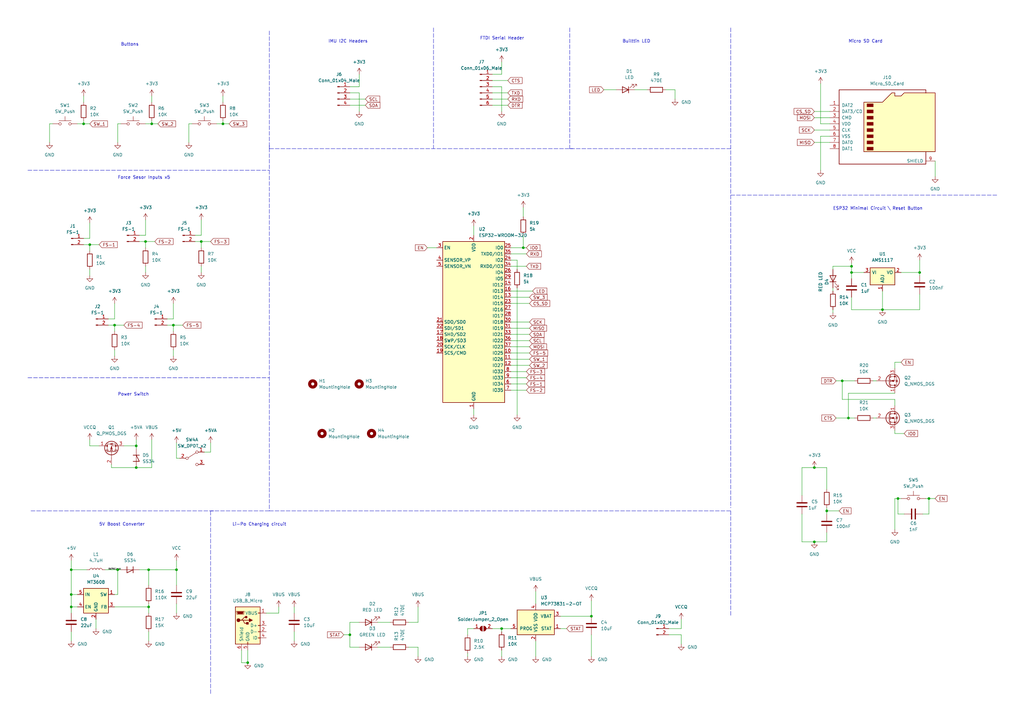
<source format=kicad_sch>
(kicad_sch (version 20211123) (generator eeschema)
  (paper "A3")
  (lib_symbols
    (symbol "Battery_Management:MCP73831-2-OT" (pin_names (offset 1.016))
      (property "Reference" "U" (at -7.62 6.35 0))
      (property "Value" "MCP73831-2-OT" (at 1.27 6.35 0))
      (symbol "MCP73831-2-OT_1_1"
        (pin output line (at 10.16 -2.54 180) (length 2.54) (name "STAT") (number "1"))
        (pin power_in line (at 0 -7.62 90) (length 2.54) (name "VSS") (number "2"))
        (pin power_out line (at 10.16 2.54 180) (length 2.54) (name "VBAT") (number "3"))
        (pin power_in line (at 0 7.62 270) (length 2.54) (name "VDD") (number "4"))
        (pin input line (at -10.16 -2.54 0) (length 2.54) (name "PROG") (number "5"))
      )
    )
    (symbol "Connector:Conn_01x02_Male" (pin_names (offset 1.016) hide)
      (property "Reference" "J" (at 0 2.54 0))
      (property "Value" "Conn_01x02_Male" (at 0 -5.08 0))
      (symbol "Conn_01x02_Male_1_1"
        (pin passive line (at 5.08 0 180) (length 3.81) (name "Pin_1") (number "1"))
        (pin passive line (at 5.08 -2.54 180) (length 3.81) (name "Pin_2") (number "2"))
      )
    )
    (symbol "Connector:Conn_01x04_Male" (pin_names (offset 1.016) hide)
      (property "Reference" "J" (at 0 5.08 0))
      (property "Value" "Conn_01x04_Male" (at 0 -7.62 0))
      (symbol "Conn_01x04_Male_1_1"
        (pin passive line (at 5.08 2.54 180) (length 3.81) (name "Pin_1") (number "1"))
        (pin passive line (at 5.08 0 180) (length 3.81) (name "Pin_2") (number "2"))
        (pin passive line (at 5.08 -2.54 180) (length 3.81) (name "Pin_3") (number "3"))
        (pin passive line (at 5.08 -5.08 180) (length 3.81) (name "Pin_4") (number "4"))
      )
    )
    (symbol "Connector:Conn_01x06_Male" (pin_names (offset 1.016) hide)
      (property "Reference" "J" (at 0 7.62 0))
      (property "Value" "Conn_01x06_Male" (at 0 -10.16 0))
      (symbol "Conn_01x06_Male_1_1"
        (pin passive line (at 5.08 5.08 180) (length 3.81) (name "Pin_1") (number "1"))
        (pin passive line (at 5.08 2.54 180) (length 3.81) (name "Pin_2") (number "2"))
        (pin passive line (at 5.08 0 180) (length 3.81) (name "Pin_3") (number "3"))
        (pin passive line (at 5.08 -2.54 180) (length 3.81) (name "Pin_4") (number "4"))
        (pin passive line (at 5.08 -5.08 180) (length 3.81) (name "Pin_5") (number "5"))
        (pin passive line (at 5.08 -7.62 180) (length 3.81) (name "Pin_6") (number "6"))
      )
    )
    (symbol "Connector:Micro_SD_Card" (pin_names (offset 1.016))
      (property "Reference" "J" (at -16.51 15.24 0))
      (property "Value" "Micro_SD_Card" (at 16.51 15.24 0))
      (symbol "Micro_SD_Card_1_1"
        (pin bidirectional line (at -22.86 7.62 0) (length 3.81) (name "DAT2") (number "1"))
        (pin bidirectional line (at -22.86 5.08 0) (length 3.81) (name "DAT3/CD") (number "2"))
        (pin input line (at -22.86 2.54 0) (length 3.81) (name "CMD") (number "3"))
        (pin power_in line (at -22.86 0 0) (length 3.81) (name "VDD") (number "4"))
        (pin input line (at -22.86 -2.54 0) (length 3.81) (name "CLK") (number "5"))
        (pin power_in line (at -22.86 -5.08 0) (length 3.81) (name "VSS") (number "6"))
        (pin bidirectional line (at -22.86 -7.62 0) (length 3.81) (name "DAT0") (number "7"))
        (pin bidirectional line (at -22.86 -10.16 0) (length 3.81) (name "DAT1") (number "8"))
        (pin passive line (at 20.32 -15.24 180) (length 3.81) (name "SHIELD") (number "9"))
      )
    )
    (symbol "Connector:USB_B_Micro" (pin_names (offset 1.016))
      (property "Reference" "J" (at -5.08 11.43 0))
      (property "Value" "USB_B_Micro" (at -5.08 8.89 0))
      (symbol "USB_B_Micro_1_1"
        (pin power_out line (at 7.62 5.08 180) (length 2.54) (name "VBUS") (number "1"))
        (pin bidirectional line (at 7.62 -2.54 180) (length 2.54) (name "D-") (number "2"))
        (pin bidirectional line (at 7.62 0 180) (length 2.54) (name "D+") (number "3"))
        (pin passive line (at 7.62 -5.08 180) (length 2.54) (name "ID") (number "4"))
        (pin power_out line (at 0 -10.16 90) (length 2.54) (name "GND") (number "5"))
        (pin passive line (at -2.54 -10.16 90) (length 2.54) (name "Shield") (number "6"))
      )
    )
    (symbol "Device:C" (pin_numbers hide) (pin_names (offset 0.254))
      (property "Reference" "C" (at 0.635 2.54 0))
      (property "Value" "C" (at 0.635 -2.54 0))
      (symbol "C_1_1"
        (pin passive line (at 0 3.81 270) (length 2.794) (name "~") (number "1"))
        (pin passive line (at 0 -3.81 90) (length 2.794) (name "~") (number "2"))
      )
    )
    (symbol "Device:D_Shockley" (pin_numbers hide) (pin_names (offset 1.016) hide)
      (property "Reference" "D" (at 0 2.54 0))
      (property "Value" "D_Shockley" (at 0 -2.54 0))
      (symbol "D_Shockley_1_1"
        (pin passive line (at -3.81 0 0) (length 2.54) (name "K") (number "1"))
        (pin passive line (at 3.81 0 180) (length 2.54) (name "A") (number "2"))
      )
    )
    (symbol "Device:L" (pin_numbers hide) (pin_names (offset 1.016) hide)
      (property "Reference" "L" (at -1.27 0 90))
      (property "Value" "L" (at 1.905 0 90))
      (symbol "L_1_1"
        (pin passive line (at 0 3.81 270) (length 1.27) (name "1") (number "1"))
        (pin passive line (at 0 -3.81 90) (length 1.27) (name "2") (number "2"))
      )
    )
    (symbol "Device:LED" (pin_numbers hide) (pin_names (offset 1.016) hide)
      (property "Reference" "D" (at 0 2.54 0))
      (property "Value" "LED" (at 0 -2.54 0))
      (symbol "LED_1_1"
        (pin passive line (at -3.81 0 0) (length 2.54) (name "K") (number "1"))
        (pin passive line (at 3.81 0 180) (length 2.54) (name "A") (number "2"))
      )
    )
    (symbol "Device:Q_NMOS_DGS" (pin_names (offset 0) hide)
      (property "Reference" "Q" (at 5.08 1.27 0))
      (property "Value" "Q_NMOS_DGS" (at 5.08 -1.27 0))
      (symbol "Q_NMOS_DGS_1_1"
        (pin passive line (at 2.54 5.08 270) (length 2.54) (name "D") (number "1"))
        (pin input line (at -5.08 0 0) (length 2.54) (name "G") (number "2"))
        (pin passive line (at 2.54 -5.08 90) (length 2.54) (name "S") (number "3"))
      )
    )
    (symbol "Device:Q_PMOS_DGS" (pin_names (offset 0) hide)
      (property "Reference" "Q" (at 5.08 1.27 0))
      (property "Value" "Q_PMOS_DGS" (at 5.08 -1.27 0))
      (symbol "Q_PMOS_DGS_1_1"
        (pin passive line (at 2.54 5.08 270) (length 2.54) (name "D") (number "1"))
        (pin input line (at -5.08 0 0) (length 2.54) (name "G") (number "2"))
        (pin passive line (at 2.54 -5.08 90) (length 2.54) (name "S") (number "3"))
      )
    )
    (symbol "Device:R" (pin_numbers hide) (pin_names (offset 0))
      (property "Reference" "R" (at 2.032 0 90))
      (property "Value" "R" (at 0 0 90))
      (symbol "R_1_1"
        (pin passive line (at 0 3.81 270) (length 1.27) (name "~") (number "1"))
        (pin passive line (at 0 -3.81 90) (length 1.27) (name "~") (number "2"))
      )
    )
    (symbol "Jumper:SolderJumper_2_Open" (pin_names (offset 0) hide)
      (property "Reference" "JP" (at 0 2.032 0))
      (property "Value" "SolderJumper_2_Open" (at 0 -2.54 0))
      (symbol "SolderJumper_2_Open_1_1"
        (pin passive line (at -3.81 0 0) (length 2.54) (name "A") (number "1"))
        (pin passive line (at 3.81 0 180) (length 2.54) (name "B") (number "2"))
      )
    )
    (symbol "Mechanical:MountingHole" (pin_names (offset 1.016))
      (property "Reference" "H" (at 0 5.08 0))
      (property "Value" "MountingHole" (at 0 3.175 0))
    )
    (symbol "RF_Module:ESP32-WROOM-32D"
      (property "Reference" "U" (at -12.7 34.29 0))
      (property "Value" "ESP32-WROOM-32D" (at 1.27 34.29 0))
      (symbol "ESP32-WROOM-32D_1_1"
        (pin power_in line (at 0 -35.56 90) (length 2.54) (name "GND") (number "1"))
        (pin bidirectional line (at 15.24 -12.7 180) (length 2.54) (name "IO25") (number "10"))
        (pin bidirectional line (at 15.24 -15.24 180) (length 2.54) (name "IO26") (number "11"))
        (pin bidirectional line (at 15.24 -17.78 180) (length 2.54) (name "IO27") (number "12"))
        (pin bidirectional line (at 15.24 10.16 180) (length 2.54) (name "IO14") (number "13"))
        (pin bidirectional line (at 15.24 15.24 180) (length 2.54) (name "IO12") (number "14"))
        (pin passive line (at 0 -35.56 90) (length 2.54) hide (name "GND") (number "15"))
        (pin bidirectional line (at 15.24 12.7 180) (length 2.54) (name "IO13") (number "16"))
        (pin bidirectional line (at -15.24 -5.08 0) (length 2.54) (name "SHD/SD2") (number "17"))
        (pin bidirectional line (at -15.24 -7.62 0) (length 2.54) (name "SWP/SD3") (number "18"))
        (pin bidirectional line (at -15.24 -12.7 0) (length 2.54) (name "SCS/CMD") (number "19"))
        (pin power_in line (at 0 35.56 270) (length 2.54) (name "VDD") (number "2"))
        (pin bidirectional line (at -15.24 -10.16 0) (length 2.54) (name "SCK/CLK") (number "20"))
        (pin bidirectional line (at -15.24 0 0) (length 2.54) (name "SDO/SD0") (number "21"))
        (pin bidirectional line (at -15.24 -2.54 0) (length 2.54) (name "SDI/SD1") (number "22"))
        (pin bidirectional line (at 15.24 7.62 180) (length 2.54) (name "IO15") (number "23"))
        (pin bidirectional line (at 15.24 25.4 180) (length 2.54) (name "IO2") (number "24"))
        (pin bidirectional line (at 15.24 30.48 180) (length 2.54) (name "IO0") (number "25"))
        (pin bidirectional line (at 15.24 20.32 180) (length 2.54) (name "IO4") (number "26"))
        (pin bidirectional line (at 15.24 5.08 180) (length 2.54) (name "IO16") (number "27"))
        (pin bidirectional line (at 15.24 2.54 180) (length 2.54) (name "IO17") (number "28"))
        (pin bidirectional line (at 15.24 17.78 180) (length 2.54) (name "IO5") (number "29"))
        (pin input line (at -15.24 30.48 0) (length 2.54) (name "EN") (number "3"))
        (pin bidirectional line (at 15.24 0 180) (length 2.54) (name "IO18") (number "30"))
        (pin bidirectional line (at 15.24 -2.54 180) (length 2.54) (name "IO19") (number "31"))
        (pin no_connect line (at -12.7 -27.94 0) (length 2.54) hide (name "NC") (number "32"))
        (pin bidirectional line (at 15.24 -5.08 180) (length 2.54) (name "IO21") (number "33"))
        (pin bidirectional line (at 15.24 22.86 180) (length 2.54) (name "RXD0/IO3") (number "34"))
        (pin bidirectional line (at 15.24 27.94 180) (length 2.54) (name "TXD0/IO1") (number "35"))
        (pin bidirectional line (at 15.24 -7.62 180) (length 2.54) (name "IO22") (number "36"))
        (pin bidirectional line (at 15.24 -10.16 180) (length 2.54) (name "IO23") (number "37"))
        (pin passive line (at 0 -35.56 90) (length 2.54) hide (name "GND") (number "38"))
        (pin passive line (at 0 -35.56 90) (length 2.54) hide (name "GND") (number "39"))
        (pin input line (at -15.24 25.4 0) (length 2.54) (name "SENSOR_VP") (number "4"))
        (pin input line (at -15.24 22.86 0) (length 2.54) (name "SENSOR_VN") (number "5"))
        (pin input line (at 15.24 -25.4 180) (length 2.54) (name "IO34") (number "6"))
        (pin input line (at 15.24 -27.94 180) (length 2.54) (name "IO35") (number "7"))
        (pin bidirectional line (at 15.24 -20.32 180) (length 2.54) (name "IO32") (number "8"))
        (pin bidirectional line (at 15.24 -22.86 180) (length 2.54) (name "IO33") (number "9"))
      )
    )
    (symbol "Regulator_Linear:AMS1117" (pin_names (offset 0.762))
      (property "Reference" "U" (at -3.81 3.175 0))
      (property "Value" "AMS1117" (at 0 3.175 0))
      (symbol "AMS1117_1_1"
        (pin input line (at 0 -7.62 90) (length 2.54) (name "ADJ") (number "1"))
        (pin power_out line (at 7.62 0 180) (length 2.54) (name "VO") (number "2"))
        (pin power_in line (at -7.62 0 0) (length 2.54) (name "VI") (number "3"))
      )
    )
    (symbol "Regulator_Switching:MT3608"
      (property "Reference" "U" (at -2.54 8.89 0))
      (property "Value" "MT3608" (at -3.81 6.35 0))
      (symbol "MT3608_1_1"
        (pin passive line (at 7.62 2.54 180) (length 2.54) (name "SW") (number "1"))
        (pin power_in line (at 0 -7.62 90) (length 2.54) (name "GND") (number "2"))
        (pin input line (at 7.62 -2.54 180) (length 2.54) (name "FB") (number "3"))
        (pin input line (at -7.62 -2.54 0) (length 2.54) (name "EN") (number "4"))
        (pin power_in line (at -7.62 2.54 0) (length 2.54) (name "IN") (number "5"))
        (pin no_connect line (at 5.08 0 180) (length 2.54) hide (name "NC") (number "6"))
      )
    )
    (symbol "Switch:SW_DPDT_x2" (pin_names (offset 0) hide)
      (property "Reference" "SW" (at 0 4.318 0))
      (property "Value" "SW_DPDT_x2" (at 0 -5.08 0))
      (symbol "SW_DPDT_x2_1_1"
        (pin passive line (at 5.08 2.54 180) (length 2.54) (name "A") (number "1"))
        (pin passive line (at -5.08 0 0) (length 2.54) (name "B") (number "2"))
        (pin passive line (at 5.08 -2.54 180) (length 2.54) (name "C") (number "3"))
      )
      (symbol "SW_DPDT_x2_2_1"
        (pin passive line (at 5.08 2.54 180) (length 2.54) (name "A") (number "4"))
        (pin passive line (at -5.08 0 0) (length 2.54) (name "B") (number "5"))
        (pin passive line (at 5.08 -2.54 180) (length 2.54) (name "C") (number "6"))
      )
    )
    (symbol "Switch:SW_Push" (pin_numbers hide) (pin_names (offset 1.016) hide)
      (property "Reference" "SW" (at 1.27 2.54 0))
      (property "Value" "SW_Push" (at 0 -1.524 0))
      (symbol "SW_Push_0_1"
        (pin passive line (at -5.08 0 0) (length 2.54) (name "1") (number "1"))
        (pin passive line (at 5.08 0 180) (length 2.54) (name "2") (number "2"))
      )
    )
    (symbol "power:+3V3" (power) (pin_names (offset 0))
      (property "Value" "+3V3" (at 0 3.556 0))
      (symbol "+3V3_1_1"
        (pin power_in line (at 0 0 90) (length 0) hide (name "+3V3") (number "1"))
      )
    )
    (symbol "power:+5V" (power) (pin_names (offset 0))
      (property "Value" "+5V" (at 0 3.556 0))
      (symbol "+5V_1_1"
        (pin power_in line (at 0 0 90) (length 0) hide (name "+5V") (number "1"))
      )
    )
    (symbol "power:+5VA" (power) (pin_names (offset 0))
      (property "Value" "+5VA" (at 0 3.556 0))
      (symbol "+5VA_1_1"
        (pin power_in line (at 0 0 90) (length 0) hide (name "+5VA") (number "1"))
      )
    )
    (symbol "power:GND" (power) (pin_names (offset 0))
      (property "Value" "GND" (at 0 -3.81 0))
      (symbol "GND_1_1"
        (pin power_in line (at 0 0 270) (length 0) hide (name "GND") (number "1"))
      )
    )
    (symbol "power:VBUS" (power) (pin_names (offset 0))
      (property "Value" "VBUS" (at 0 3.81 0))
      (symbol "VBUS_1_1"
        (pin power_in line (at 0 0 90) (length 0) hide (name "VBUS") (number "1"))
      )
    )
    (symbol "power:VCC" (power) (pin_names (offset 0))
      (property "Value" "VCC" (at 0 3.81 0))
      (symbol "VCC_1_1"
        (pin power_in line (at 0 0 90) (length 0) hide (name "VCC") (number "1"))
      )
    )
    (symbol "power:VCCQ" (power) (pin_names (offset 0))
      (property "Value" "VCCQ" (at 0 3.81 0))
      (symbol "VCCQ_1_1"
        (pin power_in line (at 0 0 90) (length 0) hide (name "VCCQ") (number "1"))
      )
    )
  )
  (junction (at 29.21 248.92))
  (junction (at 91.44 50.8))
  (junction (at 345.44 156.21))
  (junction (at 242.57 252.73))
  (junction (at 381 204.47))
  (junction (at 60.96 233.68))
  (junction (at 334.01 191.77))
  (junction (at 62.23 50.8))
  (junction (at 361.95 127))
  (junction (at 368.3 204.47))
  (junction (at 46.99 133.35))
  (junction (at 29.21 243.84))
  (junction (at 205.74 257.81))
  (junction (at 349.25 109.22))
  (junction (at 72.39 233.68))
  (junction (at 55.88 191.77))
  (junction (at 55.88 182.88))
  (junction (at 347.98 171.45))
  (junction (at 143.51 260.35))
  (junction (at 82.55 99.06))
  (junction (at 214.63 101.6))
  (junction (at 29.21 233.68))
  (junction (at 101.6 271.78))
  (junction (at 48.26 233.68))
  (junction (at 36.83 100.33))
  (junction (at 349.25 111.76))
  (junction (at 334.01 222.25))
  (junction (at 71.12 133.35))
  (junction (at 59.69 99.06))
  (junction (at 34.29 50.8))
  (junction (at 339.09 209.55))
  (junction (at 377.19 111.76))
  (junction (at 60.96 248.92))
  (wire (pts (xy 379.73 204.47) (xy 381 204.47)))
  (polyline (pts (xy 233.68 60.96) (xy 234.95 60.96)))
  (polyline (pts (xy 86.36 209.55) (xy 87.63 209.55)))
  (wire (pts (xy 44.45 133.35) (xy 46.99 133.35)))
  (wire (pts (xy 242.57 252.73) (xy 229.87 252.73)))
  (wire (pts (xy 340.36 55.88) (xy 336.55 55.88)))
  (wire (pts (xy 214.63 85.09) (xy 214.63 88.9)))
  (wire (pts (xy 214.63 101.6) (xy 209.55 101.6)))
  (wire (pts (xy 34.29 50.8) (xy 36.83 50.8)))
  (wire (pts (xy 34.29 100.33) (xy 36.83 100.33)))
  (polyline (pts (xy 110.49 209.55) (xy 299.72 209.55)))
  (wire (pts (xy 48.26 233.68) (xy 49.53 233.68)))
  (wire (pts (xy 60.96 247.65) (xy 60.96 248.92)))
  (wire (pts (xy 175.26 101.6) (xy 179.07 101.6)))
  (wire (pts (xy 143.51 265.43) (xy 143.51 260.35)))
  (wire (pts (xy 201.93 38.1) (xy 208.28 38.1)))
  (wire (pts (xy 82.55 96.52) (xy 82.55 90.17)))
  (wire (pts (xy 59.69 109.22) (xy 59.69 111.76)))
  (wire (pts (xy 201.93 257.81) (xy 205.74 257.81)))
  (wire (pts (xy 369.57 111.76) (xy 377.19 111.76)))
  (wire (pts (xy 62.23 49.53) (xy 62.23 50.8)))
  (wire (pts (xy 44.45 130.81) (xy 46.99 130.81)))
  (wire (pts (xy 34.29 97.79) (xy 36.83 97.79)))
  (wire (pts (xy 381 210.82) (xy 381 204.47)))
  (wire (pts (xy 209.55 144.78) (xy 217.17 144.78)))
  (wire (pts (xy 48.26 243.84) (xy 46.99 243.84)))
  (wire (pts (xy 201.93 43.18) (xy 208.28 43.18)))
  (wire (pts (xy 205.74 266.7) (xy 205.74 269.24)))
  (wire (pts (xy 91.44 50.8) (xy 88.9 50.8)))
  (wire (pts (xy 59.69 99.06) (xy 59.69 101.6)))
  (wire (pts (xy 171.45 255.27) (xy 167.64 255.27)))
  (wire (pts (xy 91.44 50.8) (xy 93.98 50.8)))
  (wire (pts (xy 339.09 200.66) (xy 339.09 191.77)))
  (wire (pts (xy 46.99 130.81) (xy 46.99 124.46)))
  (wire (pts (xy 209.55 104.14) (xy 215.9 104.14)))
  (wire (pts (xy 368.3 210.82) (xy 368.3 204.47)))
  (wire (pts (xy 279.4 254) (xy 279.4 257.81)))
  (wire (pts (xy 60.96 233.68) (xy 57.15 233.68)))
  (wire (pts (xy 171.45 269.24) (xy 171.45 265.43)))
  (wire (pts (xy 36.83 182.88) (xy 40.64 182.88)))
  (wire (pts (xy 194.31 257.81) (xy 191.77 257.81)))
  (wire (pts (xy 274.32 260.35) (xy 279.4 260.35)))
  (wire (pts (xy 171.45 248.92) (xy 171.45 255.27)))
  (wire (pts (xy 328.93 210.82) (xy 328.93 222.25)))
  (wire (pts (xy 349.25 111.76) (xy 349.25 114.3)))
  (wire (pts (xy 209.55 142.24) (xy 217.17 142.24)))
  (wire (pts (xy 147.32 35.56) (xy 143.51 35.56)))
  (wire (pts (xy 99.06 266.7) (xy 99.06 271.78)))
  (wire (pts (xy 377.19 120.65) (xy 377.19 127)))
  (wire (pts (xy 349.25 109.22) (xy 349.25 107.95)))
  (wire (pts (xy 57.15 96.52) (xy 59.69 96.52)))
  (wire (pts (xy 219.71 262.89) (xy 219.71 269.24)))
  (wire (pts (xy 212.0803 118.0788) (xy 212.09 170.18)))
  (wire (pts (xy 383.54 66.04) (xy 383.54 72.39)))
  (wire (pts (xy 62.23 191.77) (xy 55.88 191.77)))
  (wire (pts (xy 20.32 50.8) (xy 20.32 58.42)))
  (wire (pts (xy 120.65 248.92) (xy 120.65 251.46)))
  (wire (pts (xy 347.98 161.29) (xy 347.98 171.45)))
  (wire (pts (xy 62.23 180.34) (xy 62.23 191.77)))
  (wire (pts (xy 143.51 43.18) (xy 149.86 43.18)))
  (wire (pts (xy 367.03 161.29) (xy 347.98 161.29)))
  (wire (pts (xy 147.32 30.48) (xy 147.32 35.56)))
  (wire (pts (xy 328.93 222.25) (xy 334.01 222.25)))
  (wire (pts (xy 91.44 39.37) (xy 91.44 41.91)))
  (wire (pts (xy 209.55 137.16) (xy 217.17 137.16)))
  (wire (pts (xy 77.47 50.8) (xy 77.47 58.42)))
  (wire (pts (xy 205.74 25.4) (xy 205.74 30.48)))
  (wire (pts (xy 71.12 143.51) (xy 71.12 146.05)))
  (wire (pts (xy 39.37 254) (xy 39.37 257.81)))
  (wire (pts (xy 209.55 121.92) (xy 217.17 121.92)))
  (wire (pts (xy 36.83 180.34) (xy 36.83 182.88)))
  (wire (pts (xy 99.06 271.78) (xy 101.6 271.78)))
  (wire (pts (xy 194.31 167.64) (xy 194.31 170.18)))
  (wire (pts (xy 55.88 191.77) (xy 45.72 191.77)))
  (wire (pts (xy 209.55 119.38) (xy 218.44 119.38)))
  (wire (pts (xy 367.03 166.37) (xy 367.03 163.83)))
  (wire (pts (xy 36.83 97.79) (xy 36.83 91.44)))
  (wire (pts (xy 36.83 100.33) (xy 40.64 100.33)))
  (wire (pts (xy 154.94 265.43) (xy 160.02 265.43)))
  (wire (pts (xy 334.01 45.72) (xy 340.36 45.72)))
  (wire (pts (xy 72.39 240.03) (xy 72.39 233.68)))
  (wire (pts (xy 29.21 229.87) (xy 29.21 233.68)))
  (wire (pts (xy 336.55 50.8) (xy 340.36 50.8)))
  (wire (pts (xy 370.84 210.82) (xy 368.3 210.82)))
  (wire (pts (xy 29.21 248.92) (xy 29.21 251.46)))
  (wire (pts (xy 171.45 265.43) (xy 167.64 265.43)))
  (wire (pts (xy 339.09 209.55) (xy 339.09 210.82)))
  (wire (pts (xy 80.01 96.52) (xy 82.55 96.52)))
  (wire (pts (xy 205.74 259.08) (xy 205.74 257.81)))
  (wire (pts (xy 209.55 106.68) (xy 212.09 106.68)))
  (wire (pts (xy 209.55 134.62) (xy 217.17 134.62)))
  (wire (pts (xy 34.29 39.37) (xy 34.29 41.91)))
  (wire (pts (xy 82.55 99.06) (xy 86.36 99.06)))
  (wire (pts (xy 339.09 218.44) (xy 339.09 222.25)))
  (wire (pts (xy 209.55 160.02) (xy 215.9 160.02)))
  (wire (pts (xy 367.03 163.83) (xy 345.44 163.83)))
  (wire (pts (xy 68.58 130.81) (xy 71.12 130.81)))
  (wire (pts (xy 349.25 111.76) (xy 349.25 109.22)))
  (wire (pts (xy 347.98 171.45) (xy 350.52 171.45)))
  (polyline (pts (xy 12.7 209.55) (xy 110.49 209.55)))
  (wire (pts (xy 71.12 130.81) (xy 71.12 124.46)))
  (wire (pts (xy 72.39 187.96) (xy 73.66 187.96)))
  (wire (pts (xy 34.29 49.53) (xy 34.29 50.8)))
  (wire (pts (xy 72.39 233.68) (xy 60.96 233.68)))
  (wire (pts (xy 361.95 119.38) (xy 361.95 127)))
  (wire (pts (xy 86.36 185.42) (xy 86.36 181.61)))
  (wire (pts (xy 154.94 255.27) (xy 160.02 255.27)))
  (wire (pts (xy 341.63 110.49) (xy 341.63 109.22)))
  (polyline (pts (xy 299.72 80.01) (xy 408.94 80.01)))
  (wire (pts (xy 209.55 147.32) (xy 217.17 147.32)))
  (wire (pts (xy 339.09 209.55) (xy 344.17 209.55)))
  (wire (pts (xy 339.09 191.77) (xy 334.01 191.77)))
  (wire (pts (xy 72.39 247.65) (xy 72.39 251.46)))
  (wire (pts (xy 49.53 50.8) (xy 48.26 50.8)))
  (wire (pts (xy 48.26 233.68) (xy 48.26 243.84)))
  (polyline (pts (xy 299.72 209.55) (xy 299.72 252.73)))
  (wire (pts (xy 205.74 35.56) (xy 201.93 35.56)))
  (wire (pts (xy 31.75 243.84) (xy 29.21 243.84)))
  (wire (pts (xy 276.86 40.64) (xy 276.86 36.83)))
  (wire (pts (xy 57.15 99.06) (xy 59.69 99.06)))
  (polyline (pts (xy 11.43 69.85) (xy 110.49 69.85)))
  (wire (pts (xy 194.31 92.71) (xy 194.31 96.52)))
  (wire (pts (xy 377.19 127) (xy 361.95 127)))
  (wire (pts (xy 68.58 133.35) (xy 71.12 133.35)))
  (wire (pts (xy 80.01 99.06) (xy 82.55 99.06)))
  (wire (pts (xy 21.59 50.8) (xy 20.32 50.8)))
  (wire (pts (xy 72.39 229.87) (xy 72.39 233.68)))
  (wire (pts (xy 191.77 257.81) (xy 191.77 260.35)))
  (wire (pts (xy 377.19 106.68) (xy 377.19 111.76)))
  (wire (pts (xy 46.99 133.35) (xy 46.99 135.89)))
  (wire (pts (xy 214.63 96.52) (xy 214.63 101.6)))
  (wire (pts (xy 209.55 139.7) (xy 217.17 139.7)))
  (wire (pts (xy 60.96 259.08) (xy 60.96 262.89)))
  (wire (pts (xy 209.55 157.48) (xy 215.9 157.48)))
  (wire (pts (xy 29.21 243.84) (xy 29.21 248.92)))
  (wire (pts (xy 205.74 30.48) (xy 201.93 30.48)))
  (wire (pts (xy 358.14 171.45) (xy 359.41 171.45)))
  (wire (pts (xy 114.3 251.46) (xy 109.22 251.46)))
  (wire (pts (xy 147.32 265.43) (xy 143.51 265.43)))
  (wire (pts (xy 229.87 257.81) (xy 232.41 257.81)))
  (wire (pts (xy 36.83 110.49) (xy 36.83 113.03)))
  (wire (pts (xy 341.63 118.11) (xy 341.63 119.38)))
  (wire (pts (xy 209.55 154.94) (xy 215.9 154.94)))
  (wire (pts (xy 367.03 148.59) (xy 367.03 151.13)))
  (wire (pts (xy 71.12 133.35) (xy 71.12 135.89)))
  (polyline (pts (xy 177.8 11.43) (xy 177.8 60.96)))
  (wire (pts (xy 60.96 248.92) (xy 60.96 251.46)))
  (wire (pts (xy 328.93 191.77) (xy 334.01 191.77)))
  (wire (pts (xy 279.4 260.35) (xy 279.4 264.16)))
  (wire (pts (xy 71.12 133.35) (xy 74.93 133.35)))
  (wire (pts (xy 336.55 55.88) (xy 336.55 69.85)))
  (wire (pts (xy 143.51 40.64) (xy 149.86 40.64)))
  (wire (pts (xy 345.44 156.21) (xy 350.52 156.21)))
  (wire (pts (xy 50.8 182.88) (xy 55.88 182.88)))
  (wire (pts (xy 377.19 111.76) (xy 377.19 113.03)))
  (wire (pts (xy 29.21 259.08) (xy 29.21 262.89)))
  (wire (pts (xy 328.93 203.2) (xy 328.93 191.77)))
  (wire (pts (xy 46.99 248.92) (xy 60.96 248.92)))
  (wire (pts (xy 34.29 50.8) (xy 31.75 50.8)))
  (wire (pts (xy 201.93 33.02) (xy 208.28 33.02)))
  (wire (pts (xy 209.55 152.4) (xy 215.9 152.4)))
  (wire (pts (xy 101.6 266.7) (xy 101.6 271.78)))
  (wire (pts (xy 212.09 106.68) (xy 212.0803 110.4588)))
  (wire (pts (xy 279.4 257.81) (xy 274.32 257.81)))
  (wire (pts (xy 242.57 260.35) (xy 242.57 269.24)))
  (wire (pts (xy 62.23 39.37) (xy 62.23 41.91)))
  (wire (pts (xy 370.84 177.8) (xy 367.03 177.8)))
  (wire (pts (xy 201.93 40.64) (xy 208.28 40.64)))
  (wire (pts (xy 78.74 50.8) (xy 77.47 50.8)))
  (wire (pts (xy 345.44 163.83) (xy 345.44 156.21)))
  (wire (pts (xy 60.96 240.03) (xy 60.96 233.68)))
  (wire (pts (xy 55.88 182.88) (xy 55.88 184.15)))
  (polyline (pts (xy 110.49 12.7) (xy 110.49 209.55)))
  (wire (pts (xy 83.82 185.42) (xy 86.36 185.42)))
  (wire (pts (xy 205.74 257.81) (xy 209.55 257.81)))
  (wire (pts (xy 242.57 246.38) (xy 242.57 252.73)))
  (polyline (pts (xy 299.72 60.96) (xy 110.49 60.96)))
  (wire (pts (xy 334.01 58.42) (xy 340.36 58.42)))
  (wire (pts (xy 55.88 180.34) (xy 55.88 182.88)))
  (wire (pts (xy 334.01 53.34) (xy 340.36 53.34)))
  (wire (pts (xy 91.44 49.53) (xy 91.44 50.8)))
  (wire (pts (xy 381 204.47) (xy 383.54 204.47)))
  (wire (pts (xy 342.9 171.45) (xy 347.98 171.45)))
  (polyline (pts (xy 233.68 11.43) (xy 233.68 60.96)))
  (wire (pts (xy 342.9 156.21) (xy 345.44 156.21)))
  (polyline (pts (xy 86.36 284.48) (xy 86.36 209.55)))
  (wire (pts (xy 368.3 204.47) (xy 367.03 204.47)))
  (wire (pts (xy 36.83 100.33) (xy 36.83 102.87)))
  (wire (pts (xy 334.01 48.26) (xy 340.36 48.26)))
  (wire (pts (xy 62.23 50.8) (xy 64.77 50.8)))
  (polyline (pts (xy 110.49 60.96) (xy 110.49 59.69)))
  (wire (pts (xy 209.55 132.08) (xy 217.17 132.08)))
  (wire (pts (xy 215.9 101.6) (xy 214.63 101.6)))
  (wire (pts (xy 378.46 210.82) (xy 381 210.82)))
  (wire (pts (xy 82.55 109.22) (xy 82.55 111.76)))
  (wire (pts (xy 205.74 45.72) (xy 205.74 35.56)))
  (wire (pts (xy 209.55 149.86) (xy 217.17 149.86)))
  (wire (pts (xy 219.71 242.57) (xy 219.71 247.65)))
  (wire (pts (xy 358.14 156.21) (xy 359.41 156.21)))
  (wire (pts (xy 209.55 124.46) (xy 217.17 124.46)))
  (wire (pts (xy 59.69 96.52) (xy 59.69 90.17)))
  (wire (pts (xy 43.18 233.68) (xy 48.26 233.68)))
  (wire (pts (xy 46.99 133.35) (xy 50.8 133.35)))
  (wire (pts (xy 31.75 248.92) (xy 29.21 248.92)))
  (wire (pts (xy 339.09 208.28) (xy 339.09 209.55)))
  (wire (pts (xy 72.39 181.61) (xy 72.39 187.96)))
  (wire (pts (xy 369.57 204.47) (xy 368.3 204.47)))
  (wire (pts (xy 341.63 109.22) (xy 349.25 109.22)))
  (wire (pts (xy 361.95 127) (xy 349.25 127)))
  (wire (pts (xy 349.25 127) (xy 349.25 121.92)))
  (wire (pts (xy 336.55 34.29) (xy 336.55 50.8)))
  (polyline (pts (xy 299.72 11.43) (xy 299.72 208.28)))
  (wire (pts (xy 143.51 260.35) (xy 143.51 255.27)))
  (wire (pts (xy 367.03 177.8) (xy 367.03 176.53)))
  (wire (pts (xy 260.35 36.83) (xy 265.43 36.83)))
  (wire (pts (xy 276.86 36.83) (xy 273.05 36.83)))
  (wire (pts (xy 191.77 267.97) (xy 191.77 269.24)))
  (wire (pts (xy 341.63 127) (xy 341.63 128.27)))
  (wire (pts (xy 82.55 99.06) (xy 82.55 101.6)))
  (wire (pts (xy 140.97 260.35) (xy 143.51 260.35)))
  (wire (pts (xy 45.72 191.77) (xy 45.72 190.5)))
  (wire (pts (xy 143.51 255.27) (xy 147.32 255.27)))
  (wire (pts (xy 29.21 233.68) (xy 35.56 233.68)))
  (wire (pts (xy 29.21 243.84) (xy 29.21 233.68)))
  (wire (pts (xy 143.51 38.1) (xy 147.32 38.1)))
  (wire (pts (xy 59.69 99.06) (xy 63.5 99.06)))
  (wire (pts (xy 209.55 109.22) (xy 215.9 109.22)))
  (wire (pts (xy 48.26 50.8) (xy 48.26 58.42)))
  (wire (pts (xy 354.33 111.76) (xy 349.25 111.76)))
  (wire (pts (xy 367.03 204.47) (xy 367.03 217.17)))
  (wire (pts (xy 369.57 148.59) (xy 367.03 148.59)))
  (wire (pts (xy 62.23 50.8) (xy 59.69 50.8)))
  (wire (pts (xy 46.99 143.51) (xy 46.99 146.05)))
  (wire (pts (xy 120.65 259.08) (xy 120.65 262.89)))
  (wire (pts (xy 147.32 38.1) (xy 147.32 45.72)))
  (wire (pts (xy 339.09 222.25) (xy 334.01 222.25)))
  (polyline (pts (xy 11.43 154.94) (xy 110.49 154.94)))
  (wire (pts (xy 247.65 36.83) (xy 252.73 36.83)))
  (wire (pts (xy 114.3 248.92) (xy 114.3 251.46)))
  (text "ESP32 Minimal Circuit \\ Reset Button" (at 341.63 86.36 0) (effects (font (size 1.27 1.27)) (justify left bottom)))
  (text "Force Sesor Inputs x5" (at 48.26 73.66 0) (effects (font (size 1.27 1.27)) (justify left bottom)))
  (text "FTDI Serial Header" (at 196.85 16.51 0) (effects (font (size 1.27 1.27)) (justify left bottom)))
  (text "Buttons" (at 49.53 19.05 0) (effects (font (size 1.27 1.27)) (justify left bottom)))
  (text "IMU I2C Headers" (at 134.62 17.78 0) (effects (font (size 1.27 1.27)) (justify left bottom)))
  (text "5V Boost Converter" (at 40.64 215.9 0) (effects (font (size 1.27 1.27)) (justify left bottom)))
  (text "Power Switch" (at 48.26 162.56 0) (effects (font (size 1.27 1.27)) (justify left bottom)))
  (text "Builttin LED" (at 255.27 17.78 0) (effects (font (size 1.27 1.27)) (justify left bottom)))
  (text "Li-Po Charging circuit" (at 95.25 215.9 0) (effects (font (size 1.27 1.27)) (justify left bottom)))
  (text "Micro SD Card" (at 347.98 17.78 0) (effects (font (size 1.27 1.27)) (justify left bottom)))
  (label "OUTPUT_buck" (at 44.45 233.68 0) (effects (font (size 0.508 0.508))))
  (global_label "EN" (shape input) (at 369.57 148.59 0) (property "Intersheet References" "${INTERSHEET_REFS}" (effects hide)))
  (global_label "SDA" (shape input) (at 149.86 43.18 0) (property "Intersheet References" "${INTERSHEET_REFS}" (effects hide)))
  (global_label "FS-3" (shape input) (at 86.36 99.06 0) (property "Intersheet References" "${INTERSHEET_REFS}" (effects hide)))
  (global_label "MISO" (shape input) (at 217.17 134.62 0) (property "Intersheet References" "${INTERSHEET_REFS}" (effects hide)))
  (global_label "SW_2" (shape input) (at 217.17 149.86 0) (property "Intersheet References" "${INTERSHEET_REFS}" (effects hide)))
  (global_label "IO0" (shape input) (at 215.9 101.6 0) (property "Intersheet References" "${INTERSHEET_REFS}" (effects hide)))
  (global_label "FS-5" (shape input) (at 217.17 144.78 0) (property "Intersheet References" "${INTERSHEET_REFS}" (effects hide)))
  (global_label "MOSI" (shape input) (at 217.17 142.24 0) (property "Intersheet References" "${INTERSHEET_REFS}" (effects hide)))
  (global_label "EN" (shape input) (at 383.54 204.47 0) (property "Intersheet References" "${INTERSHEET_REFS}" (effects hide)))
  (global_label "LED" (shape input) (at 218.44 119.38 0) (property "Intersheet References" "${INTERSHEET_REFS}" (effects hide)))
  (global_label "CTS" (shape input) (at 342.9 171.45 180) (property "Intersheet References" "${INTERSHEET_REFS}" (effects hide)))
  (global_label "FS-4" (shape input) (at 215.9 154.94 0) (property "Intersheet References" "${INTERSHEET_REFS}" (effects hide)))
  (global_label "SCK" (shape input) (at 334.01 53.34 180) (property "Intersheet References" "${INTERSHEET_REFS}" (effects hide)))
  (global_label "CS_SD" (shape input) (at 334.01 45.72 180) (property "Intersheet References" "${INTERSHEET_REFS}" (effects hide)))
  (global_label "SW_1" (shape input) (at 36.83 50.8 0) (property "Intersheet References" "${INTERSHEET_REFS}" (effects hide)))
  (global_label "FS-3" (shape input) (at 215.9 152.4 0) (property "Intersheet References" "${INTERSHEET_REFS}" (effects hide)))
  (global_label "SCL" (shape input) (at 217.17 139.7 0) (property "Intersheet References" "${INTERSHEET_REFS}" (effects hide)))
  (global_label "LED" (shape input) (at 247.65 36.83 180) (property "Intersheet References" "${INTERSHEET_REFS}" (effects hide)))
  (global_label "MOSI" (shape input) (at 334.01 48.26 180) (property "Intersheet References" "${INTERSHEET_REFS}" (effects hide)))
  (global_label "EN" (shape input) (at 344.17 209.55 0) (property "Intersheet References" "${INTERSHEET_REFS}" (effects hide)))
  (global_label "FS-1" (shape input) (at 215.9 157.48 0) (property "Intersheet References" "${INTERSHEET_REFS}" (effects hide)))
  (global_label "DTR" (shape input) (at 208.28 43.18 0) (property "Intersheet References" "${INTERSHEET_REFS}" (effects hide)))
  (global_label "RXD" (shape input) (at 208.28 40.64 0) (property "Intersheet References" "${INTERSHEET_REFS}" (effects hide)))
  (global_label "STAT" (shape input) (at 140.97 260.35 180) (property "Intersheet References" "${INTERSHEET_REFS}" (effects hide)))
  (global_label "MISO" (shape input) (at 334.01 58.42 180) (property "Intersheet References" "${INTERSHEET_REFS}" (effects hide)))
  (global_label "STAT" (shape input) (at 232.41 257.81 0) (property "Intersheet References" "${INTERSHEET_REFS}" (effects hide)))
  (global_label "EN" (shape input) (at 175.26 101.6 180) (property "Intersheet References" "${INTERSHEET_REFS}" (effects hide)))
  (global_label "SW_3" (shape input) (at 93.98 50.8 0) (property "Intersheet References" "${INTERSHEET_REFS}" (effects hide)))
  (global_label "FS-2" (shape input) (at 63.5 99.06 0) (property "Intersheet References" "${INTERSHEET_REFS}" (effects hide)))
  (global_label "SCK" (shape input) (at 217.17 132.08 0) (property "Intersheet References" "${INTERSHEET_REFS}" (effects hide)))
  (global_label "TXD" (shape input) (at 215.9 109.22 0) (property "Intersheet References" "${INTERSHEET_REFS}" (effects hide)))
  (global_label "FS-2" (shape input) (at 215.9 160.02 0) (property "Intersheet References" "${INTERSHEET_REFS}" (effects hide)))
  (global_label "TXD" (shape input) (at 208.28 38.1 0) (property "Intersheet References" "${INTERSHEET_REFS}" (effects hide)))
  (global_label "SW_1" (shape input) (at 217.17 147.32 0) (property "Intersheet References" "${INTERSHEET_REFS}" (effects hide)))
  (global_label "FS-5" (shape input) (at 74.93 133.35 0) (property "Intersheet References" "${INTERSHEET_REFS}" (effects hide)))
  (global_label "CS_SD" (shape input) (at 217.17 124.46 0) (property "Intersheet References" "${INTERSHEET_REFS}" (effects hide)))
  (global_label "FS-4" (shape input) (at 50.8 133.35 0) (property "Intersheet References" "${INTERSHEET_REFS}" (effects hide)))
  (global_label "SW_3" (shape input) (at 217.17 121.92 0) (property "Intersheet References" "${INTERSHEET_REFS}" (effects hide)))
  (global_label "IO0" (shape input) (at 370.84 177.8 0) (property "Intersheet References" "${INTERSHEET_REFS}" (effects hide)))
  (global_label "RXD" (shape input) (at 215.9 104.14 0) (property "Intersheet References" "${INTERSHEET_REFS}" (effects hide)))
  (global_label "SCL" (shape input) (at 149.86 40.64 0) (property "Intersheet References" "${INTERSHEET_REFS}" (effects hide)))
  (global_label "DTR" (shape input) (at 342.9 156.21 180) (property "Intersheet References" "${INTERSHEET_REFS}" (effects hide)))
  (global_label "FS-1" (shape input) (at 40.64 100.33 0) (property "Intersheet References" "${INTERSHEET_REFS}" (effects hide)))
  (global_label "SW_2" (shape input) (at 64.77 50.8 0) (property "Intersheet References" "${INTERSHEET_REFS}" (effects hide)))
  (global_label "SDA" (shape input) (at 217.17 137.16 0) (property "Intersheet References" "${INTERSHEET_REFS}" (effects hide)))
  (global_label "CTS" (shape input) (at 208.28 33.02 0) (property "Intersheet References" "${INTERSHEET_REFS}" (effects hide)))
  (symbol (lib_id "power:VCCQ") (at 242.57 246.38 0) (unit 1)
    (property "Reference" "#PWR0114" (effects hide))
    (property "Value" "VCCQ" (at 242.57 241.3 0))
  )
  (symbol (lib_id "Regulator_Switching:MT3608") (at 39.37 246.38 0) (unit 1)
    (property "Reference" "U4" (at 39.37 236.22 0))
    (property "Value" "MT3608" (at 39.37 238.76 0))
    (property "Footprint" "Package_TO_SOT_SMD:SOT-23-6" (effects hide))
    (property "Datasheet" "https://www.olimex.com/Products/Breadboarding/BB-PWR-3608/resources/MT3608.pdf" (effects hide))
  )
  (symbol (lib_id "Device:C") (at 29.21 255.27 0) (unit 1)
    (property "Reference" "C8" (at 33.02 253.9999 0) (effects (justify left)))
    (property "Value" "22uF" (at 33.02 256.5399 0) (effects (justify left)))
    (property "Footprint" "Capacitor_SMD:C_1206_3216Metric_Pad1.33x1.80mm_HandSolder" (effects hide))
  )
  (symbol (lib_id "Device:R") (at 163.83 265.43 90) (unit 1)
    (property "Reference" "R13" (at 162.5599 262.89 0) (effects (justify left)))
    (property "Value" "470E" (at 165.0999 262.89 0) (effects (justify left)))
    (property "Footprint" "Resistor_SMD:R_1206_3216Metric_Pad1.30x1.75mm_HandSolder" (effects hide))
  )
  (symbol (lib_id "Device:R") (at 205.74 262.89 180) (unit 1)
    (property "Reference" "R11" (at 208.28 261.6199 0) (effects (justify right)))
    (property "Value" "10K" (at 208.28 264.1599 0) (effects (justify right)))
    (property "Footprint" "Resistor_SMD:R_1206_3216Metric_Pad1.30x1.75mm_HandSolder" (effects hide))
  )
  (symbol (lib_id "power:GND") (at 279.4 264.16 0) (unit 1)
    (property "Reference" "#PWR0138" (effects hide))
    (property "Value" "GND" (at 281.94 265.4299 0) (effects (justify left)))
  )
  (symbol (lib_id "Device:R") (at 91.44 45.72 0) (unit 1)
    (property "Reference" "R8" (at 93.98 44.4499 0) (effects (justify left)))
    (property "Value" "10K" (at 93.98 46.9899 0) (effects (justify left)))
    (property "Footprint" "Resistor_SMD:R_1206_3216Metric_Pad1.30x1.75mm_HandSolder" (effects hide))
  )
  (symbol (lib_id "power:GND") (at 60.96 262.89 0) (unit 1)
    (property "Reference" "#PWR013" (effects hide))
    (property "Value" "GND" (at 63.5 264.1599 0) (effects (justify left)))
  )
  (symbol (lib_id "power:+3V3") (at 62.23 39.37 0) (unit 1)
    (property "Reference" "#PWR0104" (effects hide))
    (property "Value" "+3V3" (at 62.23 34.29 0))
  )
  (symbol (lib_id "Switch:SW_Push") (at 374.65 204.47 0) (unit 1)
    (property "Reference" "SW5" (at 374.65 196.85 0))
    (property "Value" "SW_Push" (at 374.65 199.39 0))
    (property "Footprint" "Button_Switch_SMD:SW_Push_1P1T_NO_CK_KSC7xxJ" (effects hide))
  )
  (symbol (lib_id "power:GND") (at 29.21 262.89 0) (unit 1)
    (property "Reference" "#PWR011" (effects hide))
    (property "Value" "GND" (at 31.75 264.1599 0) (effects (justify left)))
  )
  (symbol (lib_id "power:GND") (at 242.57 269.24 0) (unit 1)
    (property "Reference" "#PWR0133" (effects hide))
    (property "Value" "GND" (at 245.11 270.5099 0) (effects (justify left)))
  )
  (symbol (lib_id "power:+3V3") (at 194.31 92.71 0) (unit 1)
    (property "Reference" "#PWR0128" (effects hide))
    (property "Value" "+3V3" (at 194.31 87.63 0))
  )
  (symbol (lib_id "Device:LED") (at 151.13 255.27 180) (unit 1)
    (property "Reference" "D2" (at 152.7175 247.65 0))
    (property "Value" "RED LED" (at 152.7175 250.19 0))
    (property "Footprint" "LED_SMD:LED_1206_3216Metric_Pad1.42x1.75mm_HandSolder" (effects hide))
  )
  (symbol (lib_id "Device:L") (at 39.37 233.68 90) (unit 1)
    (property "Reference" "L1" (at 39.37 227.33 90))
    (property "Value" "4.7uH" (at 39.37 229.87 90))
    (property "Footprint" "Inductor_SMD:L_Taiyo-Yuden_NR-60xx_HandSoldering" (effects hide))
  )
  (symbol (lib_id "power:GND") (at 191.77 269.24 0) (unit 1)
    (property "Reference" "#PWR0136" (effects hide))
    (property "Value" "GND" (at 194.31 270.5099 0) (effects (justify left)))
  )
  (symbol (lib_id "Device:R") (at 34.29 45.72 0) (unit 1)
    (property "Reference" "R2" (at 36.83 44.4499 0) (effects (justify left)))
    (property "Value" "10K" (at 36.83 46.9899 0) (effects (justify left)))
    (property "Footprint" "Resistor_SMD:R_1206_3216Metric_Pad1.30x1.75mm_HandSolder" (effects hide))
  )
  (symbol (lib_id "power:GND") (at 383.54 72.39 0) (unit 1)
    (property "Reference" "#PWR018" (effects hide))
    (property "Value" "GND" (at 383.54 77.47 0))
  )
  (symbol (lib_id "power:+3V3") (at 82.55 90.17 0) (unit 1)
    (property "Reference" "#PWR0122" (effects hide))
    (property "Value" "+3V3" (at 82.55 85.09 0))
  )
  (symbol (lib_id "power:VCCQ") (at 36.83 180.34 0) (unit 1)
    (property "Reference" "#PWR04" (effects hide))
    (property "Value" "VCCQ" (at 36.83 175.26 0))
  )
  (symbol (lib_id "Device:R") (at 354.33 156.21 270) (unit 1)
    (property "Reference" "R20" (at 354.33 149.86 90))
    (property "Value" "10K" (at 354.33 152.4 90))
    (property "Footprint" "Resistor_SMD:R_1206_3216Metric_Pad1.30x1.75mm_HandSolder" (effects hide))
  )
  (symbol (lib_id "Regulator_Linear:AMS1117") (at 361.95 111.76 0) (unit 1)
    (property "Reference" "U1" (at 361.95 104.14 0))
    (property "Value" "AMS1117" (at 361.95 106.68 0))
    (property "Footprint" "Package_TO_SOT_SMD:SOT-223-3_TabPin2" (effects hide))
    (property "Datasheet" "http://www.advanced-monolithic.com/pdf/ds1117.pdf" (effects hide))
  )
  (symbol (lib_id "Device:R") (at 46.99 139.7 0) (unit 1)
    (property "Reference" "R3" (at 49.53 138.4299 0) (effects (justify left)))
    (property "Value" "10K" (at 49.53 140.9699 0) (effects (justify left)))
    (property "Footprint" "Resistor_SMD:R_1206_3216Metric_Pad1.30x1.75mm_HandSolder" (effects hide))
  )
  (symbol (lib_id "power:+5VA") (at 86.36 181.61 0) (unit 1)
    (property "Reference" "#PWR03" (effects hide))
    (property "Value" "+5VA" (at 86.36 176.53 0))
  )
  (symbol (lib_id "Device:Q_NMOS_DGS") (at 364.49 156.21 0) (mirror x) (unit 1)
    (property "Reference" "Q2" (at 370.84 154.9399 0) (effects (justify left)))
    (property "Value" "Q_NMOS_DGS" (at 370.84 157.4799 0) (effects (justify left)))
    (property "Footprint" "Package_TO_SOT_SMD:SOT-23" (effects hide))
  )
  (symbol (lib_id "Device:C") (at 349.25 118.11 0) (unit 1)
    (property "Reference" "C1" (at 353.06 116.8399 0) (effects (justify left)))
    (property "Value" "1uF" (at 353.06 119.3799 0) (effects (justify left)))
    (property "Footprint" "Capacitor_SMD:C_1206_3216Metric_Pad1.33x1.80mm_HandSolder" (effects hide))
  )
  (symbol (lib_id "power:VBUS") (at 62.23 180.34 0) (unit 1)
    (property "Reference" "#PWR06" (effects hide))
    (property "Value" "VBUS" (at 62.23 175.26 0))
  )
  (symbol (lib_id "power:GND") (at 205.74 45.72 0) (unit 1)
    (property "Reference" "#PWR0125" (effects hide))
    (property "Value" "GND" (at 205.74 50.8 0))
  )
  (symbol (lib_id "power:VCC") (at 72.39 229.87 0) (unit 1)
    (property "Reference" "#PWR014" (effects hide))
    (property "Value" "VCC" (at 72.39 224.79 0))
  )
  (symbol (lib_id "Device:D_Shockley") (at 55.88 187.96 270) (unit 1)
    (property "Reference" "D5" (at 58.42 186.6899 90) (effects (justify left)))
    (property "Value" "SS34" (at 58.42 189.2299 90) (effects (justify left)))
    (property "Footprint" "Diode_SMD:D_2512_6332Metric_Pad1.52x3.35mm_HandSolder" (effects hide))
  )
  (symbol (lib_id "power:GND") (at 361.95 127 0) (unit 1)
    (property "Reference" "#PWR0116" (effects hide))
    (property "Value" "GND" (at 361.95 132.08 0))
  )
  (symbol (lib_id "power:+3V3") (at 36.83 91.44 0) (unit 1)
    (property "Reference" "#PWR0119" (effects hide))
    (property "Value" "+3V3" (at 36.83 86.36 0))
  )
  (symbol (lib_id "Device:C") (at 374.65 210.82 90) (unit 1)
    (property "Reference" "C6" (at 374.65 214.63 90))
    (property "Value" "1nF" (at 374.65 217.17 90))
    (property "Footprint" "Capacitor_SMD:C_1206_3216Metric_Pad1.33x1.80mm_HandSolder" (effects hide))
  )
  (symbol (lib_id "power:VBUS") (at 114.3 248.92 0) (unit 1)
    (property "Reference" "#PWR0139" (effects hide))
    (property "Value" "VBUS" (at 114.3 243.84 0))
  )
  (symbol (lib_id "Device:R") (at 71.12 139.7 0) (unit 1)
    (property "Reference" "R5" (at 73.66 138.4299 0) (effects (justify left)))
    (property "Value" "10K" (at 73.66 140.9699 0) (effects (justify left)))
    (property "Footprint" "Resistor_SMD:R_1206_3216Metric_Pad1.30x1.75mm_HandSolder" (effects hide))
  )
  (symbol (lib_id "power:GND") (at 276.86 40.64 0) (unit 1)
    (property "Reference" "#PWR0129" (effects hide))
    (property "Value" "GND" (at 279.4 41.9099 0) (effects (justify left)))
  )
  (symbol (lib_id "Connector:Conn_01x02_Male") (at 63.5 130.81 0) (unit 1)
    (property "Reference" "J4" (at 64.135 125.73 0))
    (property "Value" "FS-1" (at 64.135 128.27 0))
    (property "Footprint" "Connector_JST:JST_EH_S2B-EH_1x02_P2.50mm_Horizontal" (effects hide))
  )
  (symbol (lib_id "Switch:SW_Push") (at 26.67 50.8 0) (unit 1)
    (property "Reference" "SW1" (at 26.67 43.18 0))
    (property "Value" "SW_Push" (at 26.67 45.72 0))
    (property "Footprint" "Button_Switch_SMD:SW_Push_1P1T_NO_CK_KSC7xxJ" (effects hide))
  )
  (symbol (lib_id "Device:C") (at 120.65 255.27 0) (unit 1)
    (property "Reference" "C3" (at 124.46 253.9999 0) (effects (justify left)))
    (property "Value" "10uF" (at 124.46 256.5399 0) (effects (justify left)))
    (property "Footprint" "Capacitor_SMD:C_1206_3216Metric_Pad1.33x1.80mm_HandSolder" (effects hide))
  )
  (symbol (lib_id "power:+5V") (at 29.21 229.87 0) (unit 1)
    (property "Reference" "#PWR010" (effects hide))
    (property "Value" "+5V" (at 29.21 224.79 0))
  )
  (symbol (lib_id "power:VCCQ") (at 279.4 254 0) (unit 1)
    (property "Reference" "#PWR0137" (effects hide))
    (property "Value" "VCCQ" (at 279.4 248.92 0))
  )
  (symbol (lib_id "Connector:Conn_01x02_Male") (at 74.93 96.52 0) (unit 1)
    (property "Reference" "J5" (at 75.565 91.44 0))
    (property "Value" "FS-1" (at 75.565 93.98 0))
    (property "Footprint" "Connector_JST:JST_EH_S2B-EH_1x02_P2.50mm_Horizontal" (effects hide))
  )
  (symbol (lib_id "Device:C") (at 339.09 214.63 0) (unit 1)
    (property "Reference" "C7" (at 342.9 213.3599 0) (effects (justify left)))
    (property "Value" "100nF" (at 342.9 215.8999 0) (effects (justify left)))
    (property "Footprint" "Capacitor_SMD:C_1206_3216Metric_Pad1.33x1.80mm_HandSolder" (effects hide))
  )
  (symbol (lib_id "Device:C") (at 377.19 116.84 0) (unit 1)
    (property "Reference" "C2" (at 381 115.5699 0) (effects (justify left)))
    (property "Value" "100nF" (at 381 118.1099 0) (effects (justify left)))
    (property "Footprint" "Capacitor_SMD:C_1206_3216Metric_Pad1.33x1.80mm_HandSolder" (effects hide))
  )
  (symbol (lib_id "Jumper:SolderJumper_2_Open") (at 198.12 257.81 0) (unit 1)
    (property "Reference" "JP1" (at 198.12 251.46 0))
    (property "Value" "SolderJumper_2_Open" (at 198.12 254 0))
    (property "Footprint" "Jumper:SolderJumper-2_P1.3mm_Open_RoundedPad1.0x1.5mm" (effects hide))
  )
  (symbol (lib_id "power:GND") (at 71.12 146.05 0) (unit 1)
    (property "Reference" "#PWR0110" (effects hide))
    (property "Value" "GND" (at 71.12 151.13 0))
  )
  (symbol (lib_id "power:GND") (at 171.45 269.24 0) (unit 1)
    (property "Reference" "#PWR0130" (effects hide))
    (property "Value" "GND" (at 173.99 270.5099 0) (effects (justify left)))
  )
  (symbol (lib_id "Connector:Micro_SD_Card") (at 363.22 50.8 0) (unit 1)
    (property "Reference" "J10" (at 363.855 31.75 0))
    (property "Value" "Micro_SD_Card" (at 363.855 34.29 0))
    (property "Footprint" "MEM2075-00-140-01-A:GCT_MEM2075-00-140-01-A" (effects hide))
    (property "Datasheet" "http://katalog.we-online.de/em/datasheet/693072010801.pdf" (effects hide))
  )
  (symbol (lib_id "power:+3V3") (at 59.69 90.17 0) (unit 1)
    (property "Reference" "#PWR0120" (effects hide))
    (property "Value" "+3V3" (at 59.69 85.09 0))
  )
  (symbol (lib_id "power:+5V") (at 72.39 181.61 0) (unit 1)
    (property "Reference" "#PWR02" (effects hide))
    (property "Value" "+5V" (at 72.39 176.53 0))
  )
  (symbol (lib_id "power:VCC") (at 349.25 107.95 0) (unit 1)
    (property "Reference" "#PWR0117" (effects hide))
    (property "Value" "VCC" (at 349.25 102.87 0))
  )
  (symbol (lib_id "Mechanical:MountingHole") (at 132.08 177.8 0) (unit 1)
    (property "Reference" "H2" (at 134.62 176.5299 0) (effects (justify left)))
    (property "Value" "MountingHole" (at 134.62 179.0699 0) (effects (justify left)))
    (property "Footprint" "MountingHole:MountingHole_3.2mm_M3" (effects hide))
  )
  (symbol (lib_id "power:GND") (at 101.6 271.78 0) (unit 1)
    (property "Reference" "#PWR0142" (effects hide))
    (property "Value" "GND" (at 104.14 273.0499 0) (effects (justify left)))
  )
  (symbol (lib_id "Device:Q_NMOS_DGS") (at 364.49 171.45 0) (unit 1)
    (property "Reference" "Q3" (at 370.84 170.1799 0) (effects (justify left)))
    (property "Value" "Q_NMOS_DGS" (at 370.84 172.7199 0) (effects (justify left)))
    (property "Footprint" "Package_TO_SOT_SMD:SOT-23" (effects hide))
  )
  (symbol (lib_id "RF_Module:ESP32-WROOM-32D") (at 194.31 132.08 0) (unit 1)
    (property "Reference" "U2" (at 196.3294 93.98 0) (effects (justify left)))
    (property "Value" "ESP32-WROOM-32D" (at 196.3294 96.52 0) (effects (justify left)))
    (property "Footprint" "RF_Module:ESP32-WROOM-32" (effects hide))
    (property "Datasheet" "https://www.espressif.com/sites/default/files/documentation/esp32-wroom-32d_esp32-wroom-32u_datasheet_en.pdf" (effects hide))
  )
  (symbol (lib_id "power:GND") (at 59.69 111.76 0) (unit 1)
    (property "Reference" "#PWR0118" (effects hide))
    (property "Value" "GND" (at 59.69 116.84 0))
  )
  (symbol (lib_id "power:GND") (at 72.39 251.46 0) (unit 1)
    (property "Reference" "#PWR015" (effects hide))
    (property "Value" "GND" (at 74.93 252.7299 0) (effects (justify left)))
  )
  (symbol (lib_id "power:VBUS") (at 171.45 248.92 0) (unit 1)
    (property "Reference" "#PWR0131" (effects hide))
    (property "Value" "VBUS" (at 171.45 243.84 0))
  )
  (symbol (lib_id "Device:LED") (at 341.63 114.3 90) (unit 1)
    (property "Reference" "D4" (at 339.09 115.57 0))
    (property "Value" "RED LED" (at 336.55 115.57 0))
    (property "Footprint" "LED_SMD:LED_1206_3216Metric_Pad1.42x1.75mm_HandSolder" (effects hide))
  )
  (symbol (lib_id "power:GND") (at 48.26 58.42 0) (unit 1)
    (property "Reference" "#PWR0103" (effects hide))
    (property "Value" "GND" (at 48.26 63.5 0))
  )
  (symbol (lib_id "Connector:Conn_01x02_Male") (at 29.21 97.79 0) (unit 1)
    (property "Reference" "J1" (at 29.845 92.71 0))
    (property "Value" "FS-1" (at 29.845 95.25 0))
    (property "Footprint" "Connector_JST:JST_EH_S2B-EH_1x02_P2.50mm_Horizontal" (effects hide))
  )
  (symbol (lib_id "Device:R") (at 60.96 243.84 180) (unit 1)
    (property "Reference" "R16" (at 63.5 242.5699 0) (effects (justify right)))
    (property "Value" "110K" (at 63.5 245.1099 0) (effects (justify right)))
    (property "Footprint" "Resistor_SMD:R_1206_3216Metric_Pad1.30x1.75mm_HandSolder" (effects hide))
  )
  (symbol (lib_id "Battery_Management:MCP73831-2-OT") (at 219.71 255.27 0) (unit 1)
    (property "Reference" "U3" (at 221.7294 245.11 0) (effects (justify left)))
    (property "Value" "MCP73831-2-OT" (at 221.7294 247.65 0) (effects (justify left)))
    (property "Footprint" "Package_TO_SOT_SMD:SOT-23-5" (effects hide))
    (property "Datasheet" "http://ww1.microchip.com/downloads/en/DeviceDoc/20001984g.pdf" (effects hide))
  )
  (symbol (lib_id "Device:R") (at 212.0803 114.2688 180) (unit 1)
    (property "Reference" "R18" (at 214.6203 112.9987 0) (effects (justify right)))
    (property "Value" "5k" (at 214.6203 115.5387 0) (effects (justify right)))
    (property "Footprint" "Resistor_SMD:R_1206_3216Metric_Pad1.30x1.75mm_HandSolder" (effects hide))
  )
  (symbol (lib_id "power:GND") (at 77.47 58.42 0) (unit 1)
    (property "Reference" "#PWR0101" (effects hide))
    (property "Value" "GND" (at 77.47 63.5 0))
  )
  (symbol (lib_id "power:+3V3") (at 71.12 124.46 0) (unit 1)
    (property "Reference" "#PWR0108" (effects hide))
    (property "Value" "+3V3" (at 71.12 119.38 0))
  )
  (symbol (lib_id "power:GND") (at 20.32 58.42 0) (unit 1)
    (property "Reference" "#PWR0106" (effects hide))
    (property "Value" "GND" (at 20.32 63.5 0))
  )
  (symbol (lib_id "power:GND") (at 341.63 128.27 0) (unit 1)
    (property "Reference" "#PWR01" (effects hide))
    (property "Value" "GND" (at 341.63 133.35 0))
  )
  (symbol (lib_id "power:GND") (at 82.55 111.76 0) (unit 1)
    (property "Reference" "#PWR0107" (effects hide))
    (property "Value" "GND" (at 82.55 116.84 0))
  )
  (symbol (lib_id "power:GND") (at 336.55 69.85 0) (unit 1)
    (property "Reference" "#PWR0112" (effects hide))
    (property "Value" "GND" (at 336.55 74.93 0))
  )
  (symbol (lib_id "Device:R") (at 339.09 204.47 180) (unit 1)
    (property "Reference" "R15" (at 341.63 203.1999 0) (effects (justify right)))
    (property "Value" "10K" (at 341.63 205.7399 0) (effects (justify right)))
    (property "Footprint" "Resistor_SMD:R_1206_3216Metric_Pad1.30x1.75mm_HandSolder" (effects hide))
  )
  (symbol (lib_id "Switch:SW_DPDT_x2") (at 78.74 187.96 0) (unit 1)
    (property "Reference" "SW4" (at 78.74 180.34 0))
    (property "Value" "SW_DPDT_x2" (at 78.74 182.88 0))
    (property "Footprint" "Button_Switch_SMD:SW_SPDT_PCM12" (effects hide))
  )
  (symbol (lib_id "Device:C") (at 328.93 207.01 0) (unit 1)
    (property "Reference" "C5" (at 332.74 205.7399 0) (effects (justify left)))
    (property "Value" "1uF" (at 331.47 208.2799 0) (effects (justify left)))
    (property "Footprint" "Capacitor_SMD:C_1206_3216Metric_Pad1.33x1.80mm_HandSolder" (effects hide))
  )
  (symbol (lib_id "power:+5VA") (at 55.88 180.34 0) (unit 1)
    (property "Reference" "#PWR05" (effects hide))
    (property "Value" "+5VA" (at 55.88 175.26 0))
  )
  (symbol (lib_id "Device:LED") (at 256.54 36.83 180) (unit 1)
    (property "Reference" "D1" (at 258.1275 29.21 0))
    (property "Value" "LED" (at 258.1275 31.75 0))
    (property "Footprint" "LED_SMD:LED_1206_3216Metric_Pad1.42x1.75mm_HandSolder" (effects hide))
  )
  (symbol (lib_id "Device:R") (at 214.63 92.71 180) (unit 1)
    (property "Reference" "R19" (at 217.17 91.4399 0) (effects (justify right)))
    (property "Value" "5k" (at 217.17 93.9799 0) (effects (justify right)))
    (property "Footprint" "Resistor_SMD:R_1206_3216Metric_Pad1.30x1.75mm_HandSolder" (effects hide))
  )
  (symbol (lib_id "power:+3V3") (at 377.19 106.68 0) (unit 1)
    (property "Reference" "#PWR0115" (effects hide))
    (property "Value" "+3V3" (at 377.19 101.6 0))
  )
  (symbol (lib_id "Connector:Conn_01x02_Male") (at 39.37 130.81 0) (unit 1)
    (property "Reference" "J2" (at 40.005 125.73 0))
    (property "Value" "FS-1" (at 40.005 128.27 0))
    (property "Footprint" "Connector_JST:JST_EH_S2B-EH_1x02_P2.50mm_Horizontal" (effects hide))
  )
  (symbol (lib_id "Device:C") (at 72.39 243.84 0) (unit 1)
    (property "Reference" "C9" (at 76.2 242.5699 0) (effects (justify left)))
    (property "Value" "22uF" (at 76.2 245.1099 0) (effects (justify left)))
    (property "Footprint" "Capacitor_SMD:C_1206_3216Metric_Pad1.33x1.80mm_HandSolder" (effects hide))
  )
  (symbol (lib_id "Device:R") (at 163.83 255.27 90) (unit 1)
    (property "Reference" "R12" (at 162.5599 252.73 0) (effects (justify left)))
    (property "Value" "470E" (at 165.0999 252.73 0) (effects (justify left)))
    (property "Footprint" "Resistor_SMD:R_1206_3216Metric_Pad1.30x1.75mm_HandSolder" (effects hide))
  )
  (symbol (lib_id "Device:R") (at 62.23 45.72 0) (unit 1)
    (property "Reference" "R6" (at 64.77 44.4499 0) (effects (justify left)))
    (property "Value" "10K" (at 64.77 46.9899 0) (effects (justify left)))
    (property "Footprint" "Resistor_SMD:R_1206_3216Metric_Pad1.30x1.75mm_HandSolder" (effects hide))
  )
  (symbol (lib_id "power:+3V3") (at 334.01 191.77 0) (unit 1)
    (property "Reference" "#PWR08" (effects hide))
    (property "Value" "+3V3" (at 334.01 186.69 0))
  )
  (symbol (lib_id "power:+3V3") (at 147.32 30.48 0) (unit 1)
    (property "Reference" "#PWR0124" (effects hide))
    (property "Value" "+3V3" (at 147.32 25.4 0))
  )
  (symbol (lib_id "power:GND") (at 334.01 222.25 0) (unit 1)
    (property "Reference" "#PWR09" (effects hide))
    (property "Value" "GND" (at 334.01 227.33 0))
  )
  (symbol (lib_id "power:GND") (at 46.99 146.05 0) (unit 1)
    (property "Reference" "#PWR0111" (effects hide))
    (property "Value" "GND" (at 46.99 151.13 0))
  )
  (symbol (lib_id "Device:R") (at 354.33 171.45 270) (unit 1)
    (property "Reference" "R21" (at 354.33 165.1 90))
    (property "Value" "10K" (at 354.33 167.64 90))
    (property "Footprint" "Resistor_SMD:R_1206_3216Metric_Pad1.30x1.75mm_HandSolder" (effects hide))
  )
  (symbol (lib_id "Device:R") (at 82.55 105.41 0) (unit 1)
    (property "Reference" "R7" (at 85.09 104.1399 0) (effects (justify left)))
    (property "Value" "10K" (at 85.09 106.6799 0) (effects (justify left)))
    (property "Footprint" "Resistor_SMD:R_1206_3216Metric_Pad1.30x1.75mm_HandSolder" (effects hide))
  )
  (symbol (lib_id "Device:R") (at 36.83 106.68 0) (unit 1)
    (property "Reference" "R1" (at 39.37 105.4099 0) (effects (justify left)))
    (property "Value" "10K" (at 39.37 107.9499 0) (effects (justify left)))
    (property "Footprint" "Resistor_SMD:R_1206_3216Metric_Pad1.30x1.75mm_HandSolder" (effects hide))
  )
  (symbol (lib_id "Switch:SW_Push") (at 83.82 50.8 0) (unit 1)
    (property "Reference" "SW3" (at 83.82 43.18 0))
    (property "Value" "SW_Push" (at 83.82 45.72 0))
    (property "Footprint" "Button_Switch_SMD:SW_Push_1P1T_NO_CK_KSC7xxJ" (effects hide))
  )
  (symbol (lib_id "power:GND") (at 120.65 262.89 0) (unit 1)
    (property "Reference" "#PWR0141" (effects hide))
    (property "Value" "GND" (at 123.19 264.1599 0) (effects (justify left)))
  )
  (symbol (lib_id "power:+3V3") (at 34.29 39.37 0) (unit 1)
    (property "Reference" "#PWR0102" (effects hide))
    (property "Value" "+3V3" (at 34.29 34.29 0))
  )
  (symbol (lib_id "Mechanical:MountingHole") (at 147.32 157.48 0) (unit 1)
    (property "Reference" "H3" (at 149.86 156.2099 0) (effects (justify left)))
    (property "Value" "MountingHole" (at 149.86 158.7499 0) (effects (justify left)))
    (property "Footprint" "MountingHole:MountingHole_3.2mm_M3" (effects hide))
  )
  (symbol (lib_id "power:GND") (at 147.32 45.72 0) (unit 1)
    (property "Reference" "#PWR0123" (effects hide))
    (property "Value" "GND" (at 147.32 50.8 0))
  )
  (symbol (lib_id "power:GND") (at 194.31 170.18 0) (unit 1)
    (property "Reference" "#PWR0127" (effects hide))
    (property "Value" "GND" (at 194.31 175.26 0))
  )
  (symbol (lib_id "Mechanical:MountingHole") (at 152.4 177.8 0) (unit 1)
    (property "Reference" "H4" (at 154.94 176.5299 0) (effects (justify left)))
    (property "Value" "MountingHole" (at 154.94 179.0699 0) (effects (justify left)))
    (property "Footprint" "MountingHole:MountingHole_3.2mm_M3" (effects hide))
  )
  (symbol (lib_id "Device:LED") (at 151.13 265.43 180) (unit 1)
    (property "Reference" "D3" (at 152.7175 257.81 0))
    (property "Value" "GREEN LED" (at 152.7175 260.35 0))
    (property "Footprint" "LED_SMD:LED_1206_3216Metric_Pad1.42x1.75mm_HandSolder" (effects hide))
  )
  (symbol (lib_id "power:GND") (at 36.83 113.03 0) (unit 1)
    (property "Reference" "#PWR0121" (effects hide))
    (property "Value" "GND" (at 36.83 118.11 0))
  )
  (symbol (lib_id "Device:Q_PMOS_DGS") (at 45.72 185.42 90) (unit 1)
    (property "Reference" "Q1" (at 45.72 175.26 90))
    (property "Value" "Q_PMOS_DGS" (at 45.72 177.8 90))
    (property "Footprint" "Package_TO_SOT_SMD:SOT-23" (effects hide))
  )
  (symbol (lib_id "power:+3V3") (at 214.63 85.09 0) (unit 1)
    (property "Reference" "#PWR017" (effects hide))
    (property "Value" "+3V3" (at 214.63 80.01 0))
  )
  (symbol (lib_id "power:+3V3") (at 91.44 39.37 0) (unit 1)
    (property "Reference" "#PWR0105" (effects hide))
    (property "Value" "+3V3" (at 91.44 34.29 0))
  )
  (symbol (lib_id "power:GND") (at 219.71 269.24 0) (unit 1)
    (property "Reference" "#PWR0132" (effects hide))
    (property "Value" "GND" (at 222.25 270.5099 0) (effects (justify left)))
  )
  (symbol (lib_id "power:GND") (at 212.09 170.18 0) (unit 1)
    (property "Reference" "#PWR016" (effects hide))
    (property "Value" "GND" (at 212.09 175.26 0))
  )
  (symbol (lib_id "Connector:USB_B_Micro") (at 101.6 256.54 0) (unit 1)
    (property "Reference" "J8" (at 101.6 243.84 0))
    (property "Value" "USB_B_Micro" (at 101.6 246.38 0))
    (property "Footprint" "MicroUSB:MUP-U513 - 5 Pin Micro USB Female Connector" (effects hide))
  )
  (symbol (lib_id "power:GND") (at 39.37 257.81 0) (unit 1)
    (property "Reference" "#PWR012" (effects hide))
    (property "Value" "GND" (at 41.91 259.0799 0) (effects (justify left)))
  )
  (symbol (lib_id "Device:C") (at 242.57 256.54 0) (unit 1)
    (property "Reference" "C4" (at 246.38 255.2699 0) (effects (justify left)))
    (property "Value" "10uF" (at 246.38 257.8099 0) (effects (justify left)))
    (property "Footprint" "Capacitor_SMD:C_1206_3216Metric_Pad1.33x1.80mm_HandSolder" (effects hide))
  )
  (symbol (lib_id "Device:R") (at 269.24 36.83 90) (unit 1)
    (property "Reference" "R9" (at 269.24 30.48 90))
    (property "Value" "470E" (at 269.24 33.02 90))
    (property "Footprint" "Resistor_SMD:R_1206_3216Metric_Pad1.30x1.75mm_HandSolder" (effects hide))
  )
  (symbol (lib_id "Mechanical:MountingHole") (at 128.27 157.48 0) (unit 1)
    (property "Reference" "H1" (at 130.81 156.2099 0) (effects (justify left)))
    (property "Value" "MountingHole" (at 130.81 158.7499 0) (effects (justify left)))
    (property "Footprint" "MountingHole:MountingHole_3.2mm_M3" (effects hide))
  )
  (symbol (lib_id "Device:R") (at 341.63 123.19 0) (unit 1)
    (property "Reference" "R14" (at 344.17 121.9199 0) (effects (justify left)))
    (property "Value" "10K" (at 344.17 124.4599 0) (effects (justify left)))
    (property "Footprint" "Resistor_SMD:R_1206_3216Metric_Pad1.30x1.75mm_HandSolder" (effects hide))
  )
  (symbol (lib_id "Device:R") (at 59.69 105.41 0) (unit 1)
    (property "Reference" "R4" (at 62.23 104.1399 0) (effects (justify left)))
    (property "Value" "10K" (at 62.23 106.6799 0) (effects (justify left)))
    (property "Footprint" "Resistor_SMD:R_1206_3216Metric_Pad1.30x1.75mm_HandSolder" (effects hide))
  )
  (symbol (lib_id "Connector:Conn_01x02_Male") (at 269.24 257.81 0) (unit 1)
    (property "Reference" "J9" (at 269.875 252.73 0))
    (property "Value" "Conn_01x02_Male" (at 269.875 255.27 0))
    (property "Footprint" "Connector_JST:JST_EH_S2B-EH_1x02_P2.50mm_Horizontal" (effects hide))
  )
  (symbol (lib_id "power:+3V3") (at 336.55 34.29 0) (unit 1)
    (property "Reference" "#PWR0113" (effects hide))
    (property "Value" "+3V3" (at 336.55 29.21 0))
  )
  (symbol (lib_id "Device:R") (at 60.96 255.27 180) (unit 1)
    (property "Reference" "R17" (at 63.5 253.9999 0) (effects (justify right)))
    (property "Value" "15K" (at 63.5 256.5399 0) (effects (justify right)))
    (property "Footprint" "Resistor_SMD:R_1206_3216Metric_Pad1.30x1.75mm_HandSolder" (effects hide))
  )
  (symbol (lib_id "power:+3V3") (at 205.74 25.4 0) (unit 1)
    (property "Reference" "#PWR0126" (effects hide))
    (property "Value" "+3V3" (at 205.74 20.32 0))
  )
  (symbol (lib_id "Device:R") (at 191.77 264.16 180) (unit 1)
    (property "Reference" "R10" (at 194.31 262.8899 0) (effects (justify right)))
    (property "Value" "2.5K" (at 194.31 265.4299 0) (effects (justify right)))
    (property "Footprint" "Resistor_SMD:R_1206_3216Metric_Pad1.30x1.75mm_HandSolder" (effects hide))
  )
  (symbol (lib_id "Connector:Conn_01x04_Male") (at 138.43 38.1 0) (unit 1)
    (property "Reference" "J6" (at 139.065 30.48 0))
    (property "Value" "Conn_01x04_Male" (at 139.065 33.02 0))
    (property "Footprint" "Connector_JST:JST_EH_B4B-EH-A_1x04_P2.50mm_Vertical" (effects hide))
  )
  (symbol (lib_id "power:GND") (at 367.03 217.17 0) (unit 1)
    (property "Reference" "#PWR07" (effects hide))
    (property "Value" "GND" (at 367.03 222.25 0))
  )
  (symbol (lib_id "power:VBUS") (at 219.71 242.57 0) (unit 1)
    (property "Reference" "#PWR0135" (effects hide))
    (property "Value" "VBUS" (at 219.71 237.49 0))
  )
  (symbol (lib_id "Connector:Conn_01x06_Male") (at 196.85 35.56 0) (unit 1)
    (property "Reference" "J7" (at 197.485 25.4 0))
    (property "Value" "Conn_01x06_Male" (at 197.485 27.94 0))
    (property "Footprint" "Connector_JST:JST_EH_B6B-EH-A_1x06_P2.50mm_Vertical" (effects hide))
  )
  (symbol (lib_id "power:VBUS") (at 120.65 248.92 0) (unit 1)
    (property "Reference" "#PWR0140" (effects hide))
    (property "Value" "VBUS" (at 120.65 243.84 0))
  )
  (symbol (lib_id "Connector:Conn_01x02_Male") (at 52.07 96.52 0) (unit 1)
    (property "Reference" "J3" (at 52.705 91.44 0))
    (property "Value" "FS-1" (at 52.705 93.98 0))
    (property "Footprint" "Connector_JST:JST_EH_S2B-EH_1x02_P2.50mm_Horizontal" (effects hide))
  )
  (symbol (lib_id "Switch:SW_Push") (at 54.61 50.8 0) (unit 1)
    (property "Reference" "SW2" (at 54.61 43.18 0))
    (property "Value" "SW_Push" (at 54.61 45.72 0))
    (property "Footprint" "Button_Switch_SMD:SW_Push_1P1T_NO_CK_KSC7xxJ" (effects hide))
  )
  (symbol (lib_id "power:GND") (at 205.74 269.24 0) (unit 1)
    (property "Reference" "#PWR0134" (effects hide))
    (property "Value" "GND" (at 208.28 270.5099 0) (effects (justify left)))
  )
  (symbol (lib_id "power:+3V3") (at 46.99 124.46 0) (unit 1)
    (property "Reference" "#PWR0109" (effects hide))
    (property "Value" "+3V3" (at 46.99 119.38 0))
  )
  (symbol (lib_id "Device:D_Shockley") (at 53.34 233.68 180) (unit 1)
    (property "Reference" "D6" (at 53.34 227.33 0))
    (property "Value" "SS34" (at 53.34 229.87 0))
    (property "Footprint" "Diode_SMD:D_2512_6332Metric_Pad1.52x3.35mm_HandSolder" (effects hide))
  )
)
</source>
